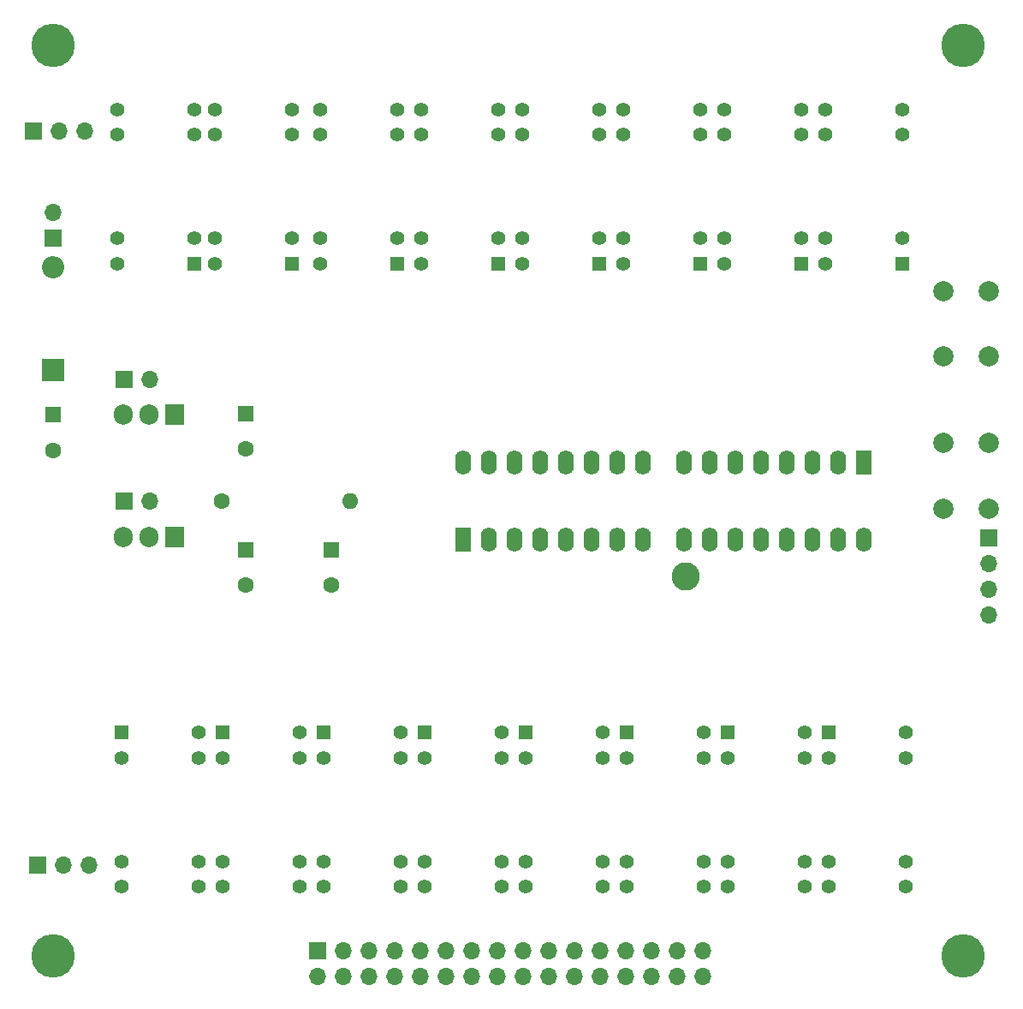
<source format=gbr>
%TF.GenerationSoftware,KiCad,Pcbnew,6.0.8-f2edbf62ab~116~ubuntu22.04.1*%
%TF.CreationDate,2022-10-03T01:52:07+02:00*%
%TF.ProjectId,relay_brd,72656c61-795f-4627-9264-2e6b69636164,rev?*%
%TF.SameCoordinates,Original*%
%TF.FileFunction,Soldermask,Bot*%
%TF.FilePolarity,Negative*%
%FSLAX46Y46*%
G04 Gerber Fmt 4.6, Leading zero omitted, Abs format (unit mm)*
G04 Created by KiCad (PCBNEW 6.0.8-f2edbf62ab~116~ubuntu22.04.1) date 2022-10-03 01:52:07*
%MOMM*%
%LPD*%
G01*
G04 APERTURE LIST*
%ADD10C,2.000000*%
%ADD11R,1.600000X1.600000*%
%ADD12C,1.600000*%
%ADD13R,1.400000X1.400000*%
%ADD14C,1.400000*%
%ADD15R,1.700000X1.700000*%
%ADD16O,1.700000X1.700000*%
%ADD17C,4.300000*%
%ADD18R,2.200000X2.200000*%
%ADD19O,2.200000X2.200000*%
%ADD20R,1.905000X2.000000*%
%ADD21O,1.905000X2.000000*%
%ADD22O,1.600000X1.600000*%
%ADD23R,1.600000X2.400000*%
%ADD24O,1.600000X2.400000*%
%ADD25C,2.800000*%
G04 APERTURE END LIST*
D10*
%TO.C,SW2*%
X197500000Y-94250000D03*
X197500000Y-100750000D03*
X193000000Y-94250000D03*
X193000000Y-100750000D03*
%TD*%
D11*
%TO.C,C9*%
X124000000Y-91347349D03*
D12*
X124000000Y-94847349D03*
%TD*%
D13*
%TO.C,K16*%
X118975000Y-76600000D03*
D14*
X118975000Y-74060000D03*
X118975000Y-63800000D03*
X118975000Y-61360000D03*
X111355000Y-61360000D03*
X111355000Y-63800000D03*
X111355000Y-74060000D03*
X111355000Y-76600000D03*
%TD*%
D13*
%TO.C,K3*%
X131700000Y-122900000D03*
D14*
X131700000Y-125440000D03*
X131700000Y-135700000D03*
X131700000Y-138140000D03*
X139320000Y-138140000D03*
X139320000Y-135700000D03*
X139320000Y-125440000D03*
X139320000Y-122900000D03*
%TD*%
D15*
%TO.C,J3*%
X197525000Y-103700000D03*
D16*
X197525000Y-106240000D03*
X197525000Y-108780000D03*
X197525000Y-111320000D03*
%TD*%
D10*
%TO.C,SW1*%
X197525000Y-85750000D03*
X197525000Y-79250000D03*
X193025000Y-79250000D03*
X193025000Y-85750000D03*
%TD*%
D17*
%TO.C,H2*%
X105000000Y-55000000D03*
%TD*%
D18*
%TO.C,D17*%
X105000000Y-87080000D03*
D19*
X105000000Y-76920000D03*
%TD*%
D15*
%TO.C,J2*%
X111960000Y-100055000D03*
D16*
X114500000Y-100055000D03*
%TD*%
D13*
%TO.C,K12*%
X158975000Y-76600000D03*
D14*
X158975000Y-74060000D03*
X158975000Y-63800000D03*
X158975000Y-61360000D03*
X151355000Y-61360000D03*
X151355000Y-63800000D03*
X151355000Y-74060000D03*
X151355000Y-76600000D03*
%TD*%
D11*
%TO.C,C2*%
X105000000Y-91500000D03*
D12*
X105000000Y-95000000D03*
%TD*%
D20*
%TO.C,U2*%
X117000000Y-91500000D03*
D21*
X114460000Y-91500000D03*
X111920000Y-91500000D03*
%TD*%
D12*
%TO.C,L1*%
X121650000Y-100000000D03*
D22*
X134350000Y-100000000D03*
%TD*%
D17*
%TO.C,H1*%
X195000000Y-145000000D03*
%TD*%
D23*
%TO.C,U3*%
X145500000Y-103800000D03*
D24*
X148040000Y-103800000D03*
X150580000Y-103800000D03*
X153120000Y-103800000D03*
X155660000Y-103800000D03*
X158200000Y-103800000D03*
X160740000Y-103800000D03*
X163280000Y-103800000D03*
X163280000Y-96180000D03*
X160740000Y-96180000D03*
X158200000Y-96180000D03*
X155660000Y-96180000D03*
X153120000Y-96180000D03*
X150580000Y-96180000D03*
X148040000Y-96180000D03*
X145500000Y-96180000D03*
%TD*%
D15*
%TO.C,J6*%
X102975000Y-63475000D03*
D16*
X105515000Y-63475000D03*
X108055000Y-63475000D03*
%TD*%
D17*
%TO.C,H4*%
X195000000Y-55000000D03*
%TD*%
D13*
%TO.C,K6*%
X161700000Y-122900000D03*
D14*
X161700000Y-125440000D03*
X161700000Y-135700000D03*
X161700000Y-138140000D03*
X169320000Y-138140000D03*
X169320000Y-135700000D03*
X169320000Y-125440000D03*
X169320000Y-122900000D03*
%TD*%
D13*
%TO.C,K8*%
X181700000Y-122900000D03*
D14*
X181700000Y-125440000D03*
X181700000Y-135700000D03*
X181700000Y-138140000D03*
X189320000Y-138140000D03*
X189320000Y-135700000D03*
X189320000Y-125440000D03*
X189320000Y-122900000D03*
%TD*%
D13*
%TO.C,K11*%
X168975000Y-76600000D03*
D14*
X168975000Y-74060000D03*
X168975000Y-63800000D03*
X168975000Y-61360000D03*
X161355000Y-61360000D03*
X161355000Y-63800000D03*
X161355000Y-74060000D03*
X161355000Y-76600000D03*
%TD*%
D13*
%TO.C,K13*%
X148975000Y-76600000D03*
D14*
X148975000Y-74060000D03*
X148975000Y-63800000D03*
X148975000Y-61360000D03*
X141355000Y-61360000D03*
X141355000Y-63800000D03*
X141355000Y-74060000D03*
X141355000Y-76600000D03*
%TD*%
D11*
%TO.C,C6*%
X132500000Y-104847349D03*
D12*
X132500000Y-108347349D03*
%TD*%
D13*
%TO.C,K9*%
X188975000Y-76600000D03*
D14*
X188975000Y-74060000D03*
X188975000Y-63800000D03*
X188975000Y-61360000D03*
X181355000Y-61360000D03*
X181355000Y-63800000D03*
X181355000Y-74060000D03*
X181355000Y-76600000D03*
%TD*%
D13*
%TO.C,K1*%
X111700000Y-122900000D03*
D14*
X111700000Y-125440000D03*
X111700000Y-135700000D03*
X111700000Y-138140000D03*
X119320000Y-138140000D03*
X119320000Y-135700000D03*
X119320000Y-125440000D03*
X119320000Y-122900000D03*
%TD*%
D13*
%TO.C,K5*%
X151700000Y-122900000D03*
D14*
X151700000Y-125440000D03*
X151700000Y-135700000D03*
X151700000Y-138140000D03*
X159320000Y-138140000D03*
X159320000Y-135700000D03*
X159320000Y-125440000D03*
X159320000Y-122900000D03*
%TD*%
D17*
%TO.C,H3*%
X105000000Y-145000000D03*
%TD*%
D13*
%TO.C,K7*%
X171700000Y-122900000D03*
D14*
X171700000Y-125440000D03*
X171700000Y-135700000D03*
X171700000Y-138140000D03*
X179320000Y-138140000D03*
X179320000Y-135700000D03*
X179320000Y-125440000D03*
X179320000Y-122900000D03*
%TD*%
D20*
%TO.C,U1*%
X117000000Y-103555000D03*
D21*
X114460000Y-103555000D03*
X111920000Y-103555000D03*
%TD*%
D15*
%TO.C,J4*%
X111960000Y-88000000D03*
D16*
X114500000Y-88000000D03*
%TD*%
D15*
%TO.C,J7*%
X131100000Y-144460000D03*
D16*
X131100000Y-147000000D03*
X133640000Y-144460000D03*
X133640000Y-147000000D03*
X136180000Y-144460000D03*
X136180000Y-147000000D03*
X138720000Y-144460000D03*
X138720000Y-147000000D03*
X141260000Y-144460000D03*
X141260000Y-147000000D03*
X143800000Y-144460000D03*
X143800000Y-147000000D03*
X146340000Y-144460000D03*
X146340000Y-147000000D03*
X148880000Y-144460000D03*
X148880000Y-147000000D03*
X151420000Y-144460000D03*
X151420000Y-147000000D03*
X153960000Y-144460000D03*
X153960000Y-147000000D03*
X156500000Y-144460000D03*
X156500000Y-147000000D03*
X159040000Y-144460000D03*
X159040000Y-147000000D03*
X161580000Y-144460000D03*
X161580000Y-147000000D03*
X164120000Y-144460000D03*
X164120000Y-147000000D03*
X166660000Y-144460000D03*
X166660000Y-147000000D03*
X169200000Y-144460000D03*
X169200000Y-147000000D03*
%TD*%
D23*
%TO.C,U4*%
X185120000Y-96200000D03*
D24*
X182580000Y-96200000D03*
X180040000Y-96200000D03*
X177500000Y-96200000D03*
X174960000Y-96200000D03*
X172420000Y-96200000D03*
X169880000Y-96200000D03*
X167340000Y-96200000D03*
X167340000Y-103820000D03*
X169880000Y-103820000D03*
X172420000Y-103820000D03*
X174960000Y-103820000D03*
X177500000Y-103820000D03*
X180040000Y-103820000D03*
X182580000Y-103820000D03*
X185120000Y-103820000D03*
%TD*%
D25*
%TO.C,TP1*%
X167500000Y-107500000D03*
%TD*%
D13*
%TO.C,K4*%
X141700000Y-122900000D03*
D14*
X141700000Y-125440000D03*
X141700000Y-135700000D03*
X141700000Y-138140000D03*
X149320000Y-138140000D03*
X149320000Y-135700000D03*
X149320000Y-125440000D03*
X149320000Y-122900000D03*
%TD*%
D13*
%TO.C,K10*%
X178975000Y-76600000D03*
D14*
X178975000Y-74060000D03*
X178975000Y-63800000D03*
X178975000Y-61360000D03*
X171355000Y-61360000D03*
X171355000Y-63800000D03*
X171355000Y-74060000D03*
X171355000Y-76600000D03*
%TD*%
D13*
%TO.C,K14*%
X138975000Y-76600000D03*
D14*
X138975000Y-74060000D03*
X138975000Y-63800000D03*
X138975000Y-61360000D03*
X131355000Y-61360000D03*
X131355000Y-63800000D03*
X131355000Y-74060000D03*
X131355000Y-76600000D03*
%TD*%
D11*
%TO.C,C5*%
X124000000Y-104847349D03*
D12*
X124000000Y-108347349D03*
%TD*%
D15*
%TO.C,J5*%
X103475000Y-135975000D03*
D16*
X106015000Y-135975000D03*
X108555000Y-135975000D03*
%TD*%
D13*
%TO.C,K2*%
X121700000Y-122900000D03*
D14*
X121700000Y-125440000D03*
X121700000Y-135700000D03*
X121700000Y-138140000D03*
X129320000Y-138140000D03*
X129320000Y-135700000D03*
X129320000Y-125440000D03*
X129320000Y-122900000D03*
%TD*%
D15*
%TO.C,J1*%
X105000000Y-74040000D03*
D16*
X105000000Y-71500000D03*
%TD*%
D13*
%TO.C,K15*%
X128585000Y-76600000D03*
D14*
X128585000Y-74060000D03*
X128585000Y-63800000D03*
X128585000Y-61360000D03*
X120965000Y-61360000D03*
X120965000Y-63800000D03*
X120965000Y-74060000D03*
X120965000Y-76600000D03*
%TD*%
M02*

</source>
